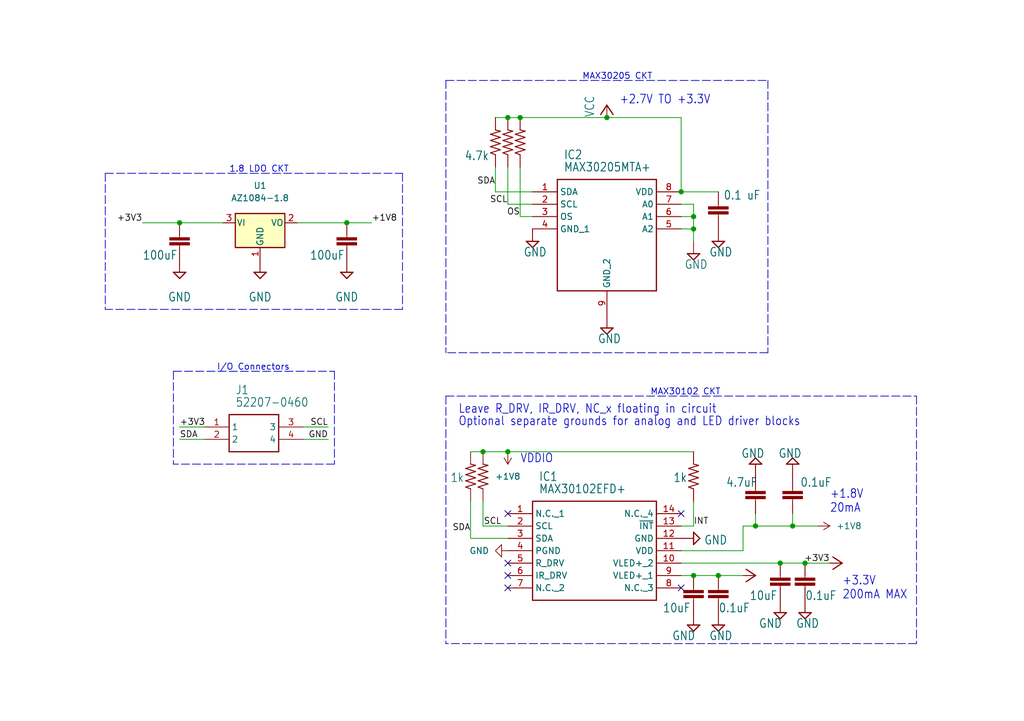
<source format=kicad_sch>
(kicad_sch (version 20211123) (generator eeschema)
  (paper "A5")
  (lib_symbols
    (symbol "IC_PCB-eagle-import:52207-0460"
      (property "Reference" "J" (at 16.51 7.62 0))
      (property "Value" "52207-0460" (at 16.51 5.08 0))
      (symbol "52207-0460_1_0"
        (polyline (pts (xy 5.08 2.54) (xy 5.08 -5.08)) (stroke (width 0.254)))
        (polyline (pts (xy 5.08 2.54) (xy 15.24 2.54)) (stroke (width 0.254)))
        (polyline (pts (xy 15.24 -5.08) (xy 5.08 -5.08)) (stroke (width 0.254)))
        (polyline (pts (xy 15.24 -5.08) (xy 15.24 2.54)) (stroke (width 0.254)))
        (pin bidirectional line (at 0 0 0) (length 5.08) (name "1") (number "1"))
        (pin bidirectional line (at 0 -2.54 0) (length 5.08) (name "2") (number "2"))
        (pin bidirectional line (at 20.32 0 180) (length 5.08) (name "3") (number "3"))
        (pin bidirectional line (at 20.32 -2.54 180) (length 5.08) (name "4") (number "4"))
      )
    )
    (symbol "IC_PCB-eagle-import:C2,5-3"
      (property "Reference" "C" (at 1.524 0.381 0))
      (property "Value" "C2,5-3" (at 1.524 -4.699 0))
      (symbol "C2,5-3_1_0"
        (rectangle (start -2.032 -2.032) (end 2.032 -1.524) (fill (type outline)))
        (rectangle (start -2.032 -1.016) (end 2.032 -0.508) (fill (type outline)))
        (polyline (pts (xy 0 -2.54) (xy 0 -2.032)) (stroke (width 0.1524)))
        (polyline (pts (xy 0 0) (xy 0 -0.508)) (stroke (width 0.1524)))
        (pin passive line (at 0 2.54 270) (length 2.54) (name "1") (number "1"))
        (pin passive line (at 0 -5.08 90) (length 2.54) (name "2") (number "2"))
      )
    )
    (symbol "IC_PCB-eagle-import:C2.5{slash}2"
      (property "Reference" "C" (at 1.524 0.381 0))
      (property "Value" "C2.5{slash}2" (at 1.524 -4.699 0))
      (symbol "C2.5{slash}2_1_0"
        (rectangle (start -2.032 -2.032) (end 2.032 -1.524) (fill (type outline)))
        (rectangle (start -2.032 -1.016) (end 2.032 -0.508) (fill (type outline)))
        (polyline (pts (xy 0 -2.54) (xy 0 -2.032)) (stroke (width 0.1524)))
        (polyline (pts (xy 0 0) (xy 0 -0.508)) (stroke (width 0.1524)))
        (pin passive line (at 0 2.54 270) (length 2.54) (name "1") (number "1"))
        (pin passive line (at 0 -5.08 90) (length 2.54) (name "2") (number "2"))
      )
    )
    (symbol "IC_PCB-eagle-import:GND" (power)
      (property "Value" "GND" (at -1.905 -3.175 0))
      (symbol "GND_1_0"
        (polyline (pts (xy -1.27 0) (xy 1.27 0)) (stroke (width 0.254)))
        (polyline (pts (xy 0 -1.27) (xy -1.27 0)) (stroke (width 0.254)))
        (polyline (pts (xy 1.27 0) (xy 0 -1.27)) (stroke (width 0.254)))
        (pin power_in line (at 0 2.54 270) (length 2.54) (name "GND") (number "1"))
      )
    )
    (symbol "IC_PCB-eagle-import:MAX30102EFD+"
      (property "Reference" "IC" (at 31.75 7.62 0))
      (property "Value" "MAX30102EFD+" (at 31.75 5.08 0))
      (symbol "MAX30102EFD+_1_0"
        (polyline (pts (xy 5.08 2.54) (xy 5.08 -17.78)) (stroke (width 0.254)))
        (polyline (pts (xy 5.08 2.54) (xy 30.48 2.54)) (stroke (width 0.254)))
        (polyline (pts (xy 30.48 -17.78) (xy 5.08 -17.78)) (stroke (width 0.254)))
        (polyline (pts (xy 30.48 -17.78) (xy 30.48 2.54)) (stroke (width 0.254)))
        (pin bidirectional line (at 0 0 0) (length 5.08) (name "N.C._1") (number "1"))
        (pin bidirectional line (at 35.56 -10.16 180) (length 5.08) (name "VLED+_2") (number "10"))
        (pin bidirectional line (at 35.56 -7.62 180) (length 5.08) (name "VDD") (number "11"))
        (pin bidirectional line (at 35.56 -5.08 180) (length 5.08) (name "GND") (number "12"))
        (pin bidirectional line (at 35.56 -2.54 180) (length 5.08) (name "~{INT}") (number "13"))
        (pin bidirectional line (at 35.56 0 180) (length 5.08) (name "N.C._4") (number "14"))
        (pin bidirectional line (at 0 -2.54 0) (length 5.08) (name "SCL") (number "2"))
        (pin bidirectional line (at 0 -5.08 0) (length 5.08) (name "SDA") (number "3"))
        (pin bidirectional line (at 0 -7.62 0) (length 5.08) (name "PGND") (number "4"))
        (pin bidirectional line (at 0 -10.16 0) (length 5.08) (name "R_DRV") (number "5"))
        (pin bidirectional line (at 0 -12.7 0) (length 5.08) (name "IR_DRV") (number "6"))
        (pin bidirectional line (at 0 -15.24 0) (length 5.08) (name "N.C._2") (number "7"))
        (pin bidirectional line (at 35.56 -15.24 180) (length 5.08) (name "N.C._3") (number "8"))
        (pin bidirectional line (at 35.56 -12.7 180) (length 5.08) (name "VLED+_1") (number "9"))
      )
    )
    (symbol "IC_PCB-eagle-import:MAX30205MTA+"
      (property "Reference" "IC" (at 26.67 7.62 0))
      (property "Value" "MAX30205MTA+" (at 26.67 5.08 0))
      (symbol "MAX30205MTA+_1_0"
        (polyline (pts (xy 5.08 2.54) (xy 5.08 -20.32)) (stroke (width 0.254)))
        (polyline (pts (xy 5.08 2.54) (xy 25.4 2.54)) (stroke (width 0.254)))
        (polyline (pts (xy 25.4 -20.32) (xy 5.08 -20.32)) (stroke (width 0.254)))
        (polyline (pts (xy 25.4 -20.32) (xy 25.4 2.54)) (stroke (width 0.254)))
        (pin bidirectional line (at 0 0 0) (length 5.08) (name "SDA") (number "1"))
        (pin bidirectional line (at 0 -2.54 0) (length 5.08) (name "SCL") (number "2"))
        (pin bidirectional line (at 0 -5.08 0) (length 5.08) (name "OS") (number "3"))
        (pin bidirectional line (at 0 -7.62 0) (length 5.08) (name "GND_1") (number "4"))
        (pin bidirectional line (at 30.48 -7.62 180) (length 5.08) (name "A2") (number "5"))
        (pin bidirectional line (at 30.48 -5.08 180) (length 5.08) (name "A1") (number "6"))
        (pin bidirectional line (at 30.48 -2.54 180) (length 5.08) (name "A0") (number "7"))
        (pin bidirectional line (at 30.48 0 180) (length 5.08) (name "VDD") (number "8"))
        (pin bidirectional line (at 15.24 -25.4 90) (length 5.08) (name "GND_2") (number "9"))
      )
    )
    (symbol "IC_PCB-eagle-import:R-US_0204{slash}2V"
      (property "Reference" "R" (at -3.81 1.4986 0))
      (property "Value" "R-US_0204{slash}2V" (at -3.81 -3.302 0))
      (symbol "R-US_0204{slash}2V_1_0"
        (polyline (pts (xy -2.54 0) (xy -2.159 1.016)) (stroke (width 0.2032)))
        (polyline (pts (xy -2.159 1.016) (xy -1.524 -1.016)) (stroke (width 0.2032)))
        (polyline (pts (xy -1.524 -1.016) (xy -0.889 1.016)) (stroke (width 0.2032)))
        (polyline (pts (xy -0.889 1.016) (xy -0.254 -1.016)) (stroke (width 0.2032)))
        (polyline (pts (xy -0.254 -1.016) (xy 0.381 1.016)) (stroke (width 0.2032)))
        (polyline (pts (xy 0.381 1.016) (xy 1.016 -1.016)) (stroke (width 0.2032)))
        (polyline (pts (xy 1.016 -1.016) (xy 1.651 1.016)) (stroke (width 0.2032)))
        (polyline (pts (xy 1.651 1.016) (xy 2.286 -1.016)) (stroke (width 0.2032)))
        (polyline (pts (xy 2.286 -1.016) (xy 2.54 0)) (stroke (width 0.2032)))
        (pin passive line (at -5.08 0 0) (length 2.54) (name "1") (number "1"))
        (pin passive line (at 5.08 0 180) (length 2.54) (name "2") (number "2"))
      )
    )
    (symbol "IC_PCB-eagle-import:VCC" (power)
      (property "Value" "VCC" (at -2.54 -2.54 90))
      (symbol "VCC_1_0"
        (polyline (pts (xy 0 0) (xy -1.27 -1.905)) (stroke (width 0.254)))
        (polyline (pts (xy 1.27 -1.905) (xy 0 0)) (stroke (width 0.254)))
        (pin power_in line (at 0 -2.54 90) (length 2.54) (name "VCC") (number "1"))
      )
    )
    (symbol "Regulator_Linear:AZ1084-1.8" (pin_names (offset 0.254))
      (property "Reference" "U" (at -3.81 3.175 0))
      (property "Value" "AZ1084-1.8" (at 0 3.175 0))
      (symbol "AZ1084-1.8_0_1"
        (rectangle (start -5.08 1.905) (end 5.08 -5.08) (stroke (width 0.254)) (fill (type background)))
      )
      (symbol "AZ1084-1.8_1_1"
        (pin power_in line (at 0 -7.62 90) (length 2.54) (name "GND") (number "1"))
        (pin power_out line (at 7.62 0 180) (length 2.54) (name "VO") (number "2"))
        (pin power_in line (at -7.62 0 0) (length 2.54) (name "VI") (number "3"))
      )
    )
    (symbol "power:+1V8" (power) (pin_names (offset 0))
      (property "Value" "+1V8" (at 0 3.556 0))
      (symbol "+1V8_0_1"
        (polyline (pts (xy -0.762 1.27) (xy 0 2.54)))
        (polyline (pts (xy 0 0) (xy 0 2.54)))
        (polyline (pts (xy 0 2.54) (xy 0.762 1.27)))
      )
      (symbol "+1V8_1_1"
        (pin power_in line (at 0 0 90) (length 0) hide (name "+1V8") (number "1"))
      )
    )
    (symbol "power:GND" (power) (pin_names (offset 0))
      (property "Value" "GND" (at 0 -3.81 0))
      (symbol "GND_0_1"
        (polyline (pts (xy 0 0) (xy 0 -1.27) (xy 1.27 -1.27) (xy 0 -2.54) (xy -1.27 -1.27) (xy 0 -1.27)))
      )
      (symbol "GND_1_1"
        (pin power_in line (at 0 0 270) (length 0) hide (name "GND") (number "1"))
      )
    )
  )
  (junction (at 142.24 44.45))
  (junction (at 99.06 92.71))
  (junction (at 142.24 118.11))
  (junction (at 160.02 115.57))
  (junction (at 124.46 24.13))
  (junction (at 71.12 45.72))
  (junction (at 104.14 92.71))
  (junction (at 165.1 115.57))
  (junction (at 147.32 118.11))
  (junction (at 154.94 107.95))
  (junction (at 104.14 24.13))
  (junction (at 106.68 24.13))
  (junction (at 162.56 107.95))
  (junction (at 139.7 39.37))
  (junction (at 142.24 46.99))
  (junction (at 36.83 45.72))
  (no_connect (at 104.14 118.11))
  (no_connect (at 139.7 105.41))
  (no_connect (at 104.14 120.65))
  (no_connect (at 104.14 105.41))
  (no_connect (at 104.14 115.57))
  (no_connect (at 139.7 120.65))
  (wire (pts (xy 139.7 39.37) (xy 147.32 39.37)))
  (polyline (pts (xy 21.59 35.56) (xy 82.55 35.56)))
  (wire (pts (xy 99.06 92.71) (xy 96.52 92.71)))
  (wire (pts (xy 152.4 113.03) (xy 152.4 107.95)))
  (wire (pts (xy 60.96 45.72) (xy 71.12 45.72)))
  (wire (pts (xy 104.14 92.71) (xy 142.24 92.71)))
  (polyline (pts (xy 157.48 72.39) (xy 91.44 72.39)))
  (polyline (pts (xy 82.55 63.5) (xy 21.59 63.5)))
  (wire (pts (xy 71.12 45.72) (xy 76.2 45.72)))
  (polyline (pts (xy 187.96 132.08) (xy 91.44 132.08)))
  (wire (pts (xy 139.7 118.11) (xy 142.24 118.11)))
  (wire (pts (xy 36.83 90.17) (xy 41.91 90.17)))
  (wire (pts (xy 139.7 44.45) (xy 142.24 44.45)))
  (wire (pts (xy 162.56 107.95) (xy 167.64 107.95)))
  (wire (pts (xy 62.23 87.63) (xy 67.31 87.63)))
  (wire (pts (xy 36.83 45.72) (xy 45.72 45.72)))
  (wire (pts (xy 142.24 46.99) (xy 142.24 49.53)))
  (wire (pts (xy 139.7 24.13) (xy 139.7 39.37)))
  (wire (pts (xy 124.46 24.13) (xy 139.7 24.13)))
  (polyline (pts (xy 35.56 76.2) (xy 68.58 76.2)))
  (wire (pts (xy 99.06 92.71) (xy 104.14 92.71)))
  (polyline (pts (xy 68.58 95.25) (xy 35.56 95.25)))
  (wire (pts (xy 36.83 87.63) (xy 41.91 87.63)))
  (wire (pts (xy 62.23 90.17) (xy 67.31 90.17)))
  (wire (pts (xy 96.52 110.49) (xy 96.52 102.87)))
  (wire (pts (xy 29.21 45.72) (xy 36.83 45.72)))
  (polyline (pts (xy 21.59 35.56) (xy 21.59 63.5)))
  (polyline (pts (xy 35.56 76.2) (xy 35.56 95.25)))
  (wire (pts (xy 104.14 110.49) (xy 96.52 110.49)))
  (polyline (pts (xy 68.58 76.2) (xy 68.58 95.25)))
  (wire (pts (xy 139.7 107.95) (xy 142.24 107.95)))
  (polyline (pts (xy 91.44 81.28) (xy 91.44 132.08)))
  (polyline (pts (xy 91.44 81.28) (xy 187.96 81.28)))
  (wire (pts (xy 139.7 113.03) (xy 152.4 113.03)))
  (wire (pts (xy 104.14 24.13) (xy 106.68 24.13)))
  (wire (pts (xy 154.94 107.95) (xy 162.56 107.95)))
  (wire (pts (xy 139.7 41.91) (xy 142.24 41.91)))
  (wire (pts (xy 142.24 44.45) (xy 142.24 46.99)))
  (wire (pts (xy 154.94 107.95) (xy 154.94 105.41)))
  (polyline (pts (xy 82.55 35.56) (xy 82.55 63.5)))
  (polyline (pts (xy 91.44 16.51) (xy 91.44 72.39)))
  (wire (pts (xy 109.22 41.91) (xy 104.14 41.91)))
  (polyline (pts (xy 157.48 16.51) (xy 157.48 72.39)))
  (wire (pts (xy 147.32 118.11) (xy 152.4 118.11)))
  (wire (pts (xy 162.56 107.95) (xy 162.56 105.41)))
  (wire (pts (xy 142.24 118.11) (xy 147.32 118.11)))
  (wire (pts (xy 104.14 107.95) (xy 99.06 107.95)))
  (wire (pts (xy 106.68 24.13) (xy 124.46 24.13)))
  (wire (pts (xy 139.7 46.99) (xy 142.24 46.99)))
  (wire (pts (xy 99.06 107.95) (xy 99.06 102.87)))
  (wire (pts (xy 160.02 115.57) (xy 165.1 115.57)))
  (wire (pts (xy 139.7 115.57) (xy 160.02 115.57)))
  (wire (pts (xy 101.6 24.13) (xy 104.14 24.13)))
  (polyline (pts (xy 187.96 81.28) (xy 187.96 132.08)))
  (wire (pts (xy 106.68 44.45) (xy 106.68 34.29)))
  (wire (pts (xy 142.24 102.87) (xy 142.24 107.95)))
  (wire (pts (xy 152.4 107.95) (xy 154.94 107.95)))
  (wire (pts (xy 142.24 41.91) (xy 142.24 44.45)))
  (wire (pts (xy 109.22 44.45) (xy 106.68 44.45)))
  (wire (pts (xy 109.22 39.37) (xy 101.6 39.37)))
  (wire (pts (xy 104.14 34.29) (xy 104.14 41.91)))
  (wire (pts (xy 165.1 115.57) (xy 170.18 115.57)))
  (polyline (pts (xy 91.44 16.51) (xy 157.48 16.51)))
  (wire (pts (xy 101.6 39.37) (xy 101.6 34.29)))
  (text "I/O Connectors" (at 44.45 76.2 0) (effects (font (size 1.27 1.27)) (justify left bottom)))
  (text "MAX30102 CKT" (at 133.35 81.28 0) (effects (font (size 1.27 1.27)) (justify left bottom)))
  (text "Optional separate grounds for analog and LED driver blocks" (at 93.98 87.63 180) (effects (font (size 1.778 1.5113)) (justify left bottom)))
  (text "+3.3V\n200mA MAX" (at 172.72 123.19 180) (effects (font (size 1.778 1.5113)) (justify left bottom)))
  (text "MAX30205 CKT" (at 119.38 16.51 0) (effects (font (size 1.27 1.27)) (justify left bottom)))
  (text "+2.7V TO +3.3V" (at 127 21.59 180) (effects (font (size 1.778 1.5113)) (justify left bottom)))
  (text "+1.8V\n20mA" (at 170.18 105.41 180) (effects (font (size 1.778 1.5113)) (justify left bottom)))
  (text "VDDIO" (at 106.68 95.25 180) (effects (font (size 1.778 1.5113)) (justify left bottom)))
  (text "1.8 LDO CKT" (at 46.99 35.56 0) (effects (font (size 1.27 1.27)) (justify left bottom)))
  (text "Leave R_DRV, IR_DRV, NC_x floating in circuit" (at 93.98 85.09 180) (effects (font (size 1.778 1.5113)) (justify left bottom)))
  (label "OS" (at 106.68 44.45 180))
  (label "SCL" (at 67.31 87.63 180))
  (label "SDA" (at 96.52 109.22 180))
  (label "+3V3" (at 29.21 45.72 180))
  (label "+3V3" (at 36.83 87.63 0))
  (label "SCL" (at 104.14 41.91 180))
  (label "INT" (at 142.24 107.95 0))
  (label "SDA" (at 101.6 38.1 180))
  (label "GND" (at 67.31 90.17 180))
  (label "SDA" (at 36.83 90.17 0))
  (label "SCL" (at 102.87 107.95 180))
  (label "+3V3" (at 170.18 115.57 180))
  (label "+1V8" (at 76.2 45.72 0))
  (symbol (lib_id "IC_PCB-eagle-import:GND") (at 109.22 49.53 0) (unit 1)
    (property "Reference" "#SUPPLY03" (effects hide))
    (property "Value" "GND" (at 107.315 52.705 0) (effects (font (size 1.778 1.5113)) (justify left bottom)))
    (property "Footprint" "IC_PCB:" (effects hide))
  )
  (symbol (lib_id "IC_PCB-eagle-import:C2,5-3") (at 160.02 118.11 0) (unit 1)
    (property "Reference" "C2" (effects hide))
    (property "Value" "10uF" (at 153.67 123.19 0) (effects (font (size 1.778 1.5113)) (justify left bottom)))
    (property "Footprint" "Capacitor_SMD:C_0201_0603Metric_Pad0.64x0.40mm_HandSolder" (effects hide))
  )
  (symbol (lib_id "IC_PCB-eagle-import:GND") (at 71.12 55.88 0) (unit 1)
    (property "Reference" "#SUPPLY0102" (effects hide))
    (property "Value" "GND" (at 71.12 60.96 0) (effects (font (size 1.778 1.5113))))
    (property "Footprint" "IC_PCB:" (effects hide))
  )
  (symbol (lib_id "IC_PCB-eagle-import:C2,5-3") (at 165.1 118.11 0) (unit 1)
    (property "Reference" "C3" (effects hide))
    (property "Value" "0.1uF" (at 165.1 123.19 0) (effects (font (size 1.778 1.5113)) (justify left bottom)))
    (property "Footprint" "Capacitor_SMD:C_0201_0603Metric_Pad0.64x0.40mm_HandSolder" (effects hide))
  )
  (symbol (lib_id "IC_PCB-eagle-import:VCC") (at 124.46 21.59 0) (unit 1)
    (property "Reference" "#P+01" (effects hide))
    (property "Value" "VCC" (at 121.92 24.13 90) (effects (font (size 1.778 1.5113)) (justify left bottom)))
    (property "Footprint" "IC_PCB:" (effects hide))
  )
  (symbol (lib_id "IC_PCB-eagle-import:C2,5-3") (at 71.12 48.26 0) (unit 1)
    (property "Reference" "C9" (effects hide))
    (property "Value" "100uF" (at 63.5 53.34 0) (effects (font (size 1.778 1.5113)) (justify left bottom)))
    (property "Footprint" "Capacitor_SMD:C_0201_0603Metric_Pad0.64x0.40mm_HandSolder" (effects hide))
  )
  (symbol (lib_id "power:+1V8") (at 167.64 107.95 270) (unit 1)
    (property "Reference" "#PWR0103" (effects hide))
    (property "Value" "+1V8" (at 171.45 107.9499 90) (effects (justify left)))
  )
  (symbol (lib_id "IC_PCB-eagle-import:GND") (at 142.24 128.27 0) (unit 1)
    (property "Reference" "#SUPPLY07" (effects hide))
    (property "Value" "GND" (at 137.795 131.445 0) (effects (font (size 1.778 1.5113)) (justify left bottom)))
    (property "Footprint" "IC_PCB:" (effects hide))
  )
  (symbol (lib_id "IC_PCB-eagle-import:MAX30102EFD+") (at 104.14 105.41 0) (unit 1)
    (property "Reference" "IC1" (at 110.49 97.79 0) (effects (font (size 1.778 1.5113)) (justify left)))
    (property "Value" "MAX30102EFD+" (at 110.49 100.33 0) (effects (font (size 1.778 1.5113)) (justify left)))
    (property "Footprint" "MAX30102EFD+:14-LEAD-OESIP" (effects hide))
  )
  (symbol (lib_id "IC_PCB-eagle-import:GND") (at 147.32 49.53 0) (unit 1)
    (property "Reference" "#SUPPLY05" (effects hide))
    (property "Value" "GND" (at 145.415 52.705 0) (effects (font (size 1.778 1.5113)) (justify left bottom)))
    (property "Footprint" "IC_PCB:" (effects hide))
  )
  (symbol (lib_id "IC_PCB-eagle-import:GND") (at 124.46 67.31 0) (unit 1)
    (property "Reference" "#SUPPLY02" (effects hide))
    (property "Value" "GND" (at 122.555 70.485 0) (effects (font (size 1.778 1.5113)) (justify left bottom)))
    (property "Footprint" "IC_PCB:" (effects hide))
  )
  (symbol (lib_id "IC_PCB-eagle-import:C2,5-3") (at 162.56 100.33 0) (unit 1)
    (property "Reference" "C7" (effects hide))
    (property "Value" "0.1uF" (at 164.084 99.949 0) (effects (font (size 1.778 1.5113)) (justify left bottom)))
    (property "Footprint" "Capacitor_SMD:C_0201_0603Metric_Pad0.64x0.40mm_HandSolder" (effects hide))
  )
  (symbol (lib_id "power:GND") (at 104.14 113.03 270) (unit 1)
    (property "Reference" "#PWR0102" (effects hide))
    (property "Value" "GND" (at 100.33 113.0299 90) (effects (justify right)))
  )
  (symbol (lib_id "Regulator_Linear:AZ1084-1.8") (at 53.34 45.72 0) (unit 1)
    (property "Reference" "U1" (at 53.34 38.1 0))
    (property "Value" "AZ1084-1.8" (at 53.34 40.64 0))
    (property "Footprint" "Package_TO_SOT_SMD:TO-252-3_TabPin2" (effects hide))
    (property "Datasheet" "https://www.diodes.com/assets/Datasheets/AZ1084.pdf" (effects hide))
  )
  (symbol (lib_id "IC_PCB-eagle-import:GND") (at 162.56 95.25 180) (unit 1)
    (property "Reference" "#SUPPLY012" (effects hide))
    (property "Value" "GND" (at 164.465 92.075 0) (effects (font (size 1.778 1.5113)) (justify left bottom)))
    (property "Footprint" "IC_PCB:" (effects hide))
  )
  (symbol (lib_id "IC_PCB-eagle-import:R-US_0204{slash}2V") (at 101.6 29.21 90) (unit 1)
    (property "Reference" "R1" (effects hide))
    (property "Value" "4.7k" (effects hide))
    (property "Footprint" "Resistor_SMD:R_0201_0603Metric_Pad0.64x0.40mm_HandSolder" (effects hide))
  )
  (symbol (lib_id "IC_PCB-eagle-import:GND") (at 142.24 110.49 90) (unit 1)
    (property "Reference" "#SUPPLY01" (effects hide))
    (property "Value" "GND" (at 149.225 109.855 90) (effects (font (size 1.778 1.5113)) (justify left bottom)))
    (property "Footprint" "IC_PCB:" (effects hide))
  )
  (symbol (lib_id "IC_PCB-eagle-import:R-US_0204{slash}2V") (at 106.68 29.21 90) (unit 1)
    (property "Reference" "R3" (effects hide))
    (property "Value" "4.7k" (at 100.33 30.988 90) (effects (font (size 1.778 1.5113)) (justify left bottom)))
    (property "Footprint" "Resistor_SMD:R_0201_0603Metric_Pad0.64x0.40mm_HandSolder" (effects hide))
  )
  (symbol (lib_id "IC_PCB-eagle-import:GND") (at 147.32 128.27 0) (unit 1)
    (property "Reference" "#SUPPLY08" (effects hide))
    (property "Value" "GND" (at 145.415 131.445 0) (effects (font (size 1.778 1.5113)) (justify left bottom)))
    (property "Footprint" "IC_PCB:" (effects hide))
  )
  (symbol (lib_id "IC_PCB-eagle-import:VCC") (at 154.94 118.11 270) (unit 1)
    (property "Reference" "#P+04" (effects hide))
    (property "Value" "VCC" (effects hide))
    (property "Footprint" "IC_PCB:" (effects hide))
  )
  (symbol (lib_id "IC_PCB-eagle-import:VCC") (at 172.72 115.57 270) (unit 1)
    (property "Reference" "#P+05" (effects hide))
    (property "Value" "VCC" (effects hide))
    (property "Footprint" "IC_PCB:" (effects hide))
  )
  (symbol (lib_id "IC_PCB-eagle-import:GND") (at 142.24 52.07 0) (unit 1)
    (property "Reference" "#SUPPLY04" (effects hide))
    (property "Value" "GND" (at 140.335 55.245 0) (effects (font (size 1.778 1.5113)) (justify left bottom)))
    (property "Footprint" "IC_PCB:" (effects hide))
  )
  (symbol (lib_id "IC_PCB-eagle-import:C2,5-3") (at 142.24 120.65 0) (unit 1)
    (property "Reference" "C4" (effects hide))
    (property "Value" "10uF" (at 135.89 125.73 0) (effects (font (size 1.778 1.5113)) (justify left bottom)))
    (property "Footprint" "Capacitor_SMD:C_0201_0603Metric_Pad0.64x0.40mm_HandSolder" (effects hide))
  )
  (symbol (lib_id "IC_PCB-eagle-import:C2,5-3") (at 154.94 100.33 0) (unit 1)
    (property "Reference" "C6" (effects hide))
    (property "Value" "4.7uF" (at 148.844 99.949 0) (effects (font (size 1.778 1.5113)) (justify left bottom)))
    (property "Footprint" "Capacitor_SMD:C_0201_0603Metric_Pad0.64x0.40mm_HandSolder" (effects hide))
  )
  (symbol (lib_id "power:+1V8") (at 104.14 92.71 180) (unit 1)
    (property "Reference" "#PWR0101" (effects hide))
    (property "Value" "+1V8" (at 104.14 97.79 0))
  )
  (symbol (lib_id "IC_PCB-eagle-import:R-US_0204{slash}2V") (at 96.52 97.79 90) (unit 1)
    (property "Reference" "R6" (effects hide))
    (property "Value" "1k" (at 95.25 97.028 90) (effects (font (size 1.778 1.5113)) (justify left bottom)))
    (property "Footprint" "Resistor_SMD:R_0201_0603Metric_Pad0.64x0.40mm_HandSolder" (effects hide))
  )
  (symbol (lib_id "IC_PCB-eagle-import:C2.5{slash}2") (at 147.32 41.91 0) (unit 1)
    (property "Reference" "C1" (effects hide))
    (property "Value" "0.1 uF" (at 148.336 41.021 0) (effects (font (size 1.778 1.5113)) (justify left bottom)))
    (property "Footprint" "Capacitor_SMD:C_0201_0603Metric_Pad0.64x0.40mm_HandSolder" (effects hide))
  )
  (symbol (lib_id "IC_PCB-eagle-import:R-US_0204{slash}2V") (at 104.14 29.21 90) (unit 1)
    (property "Reference" "R2" (effects hide))
    (property "Value" "4.7k" (effects hide))
    (property "Footprint" "Resistor_SMD:R_0201_0603Metric_Pad0.64x0.40mm_HandSolder" (effects hide))
  )
  (symbol (lib_id "IC_PCB-eagle-import:R-US_0204{slash}2V") (at 99.06 97.79 90) (unit 1)
    (property "Reference" "R5" (effects hide))
    (property "Value" "1k" (effects hide))
    (property "Footprint" "Resistor_SMD:R_0201_0603Metric_Pad0.64x0.40mm_HandSolder" (effects hide))
  )
  (symbol (lib_id "IC_PCB-eagle-import:GND") (at 36.83 55.88 0) (unit 1)
    (property "Reference" "#SUPPLY0101" (effects hide))
    (property "Value" "GND" (at 36.83 60.96 0) (effects (font (size 1.778 1.5113))))
    (property "Footprint" "IC_PCB:" (effects hide))
  )
  (symbol (lib_id "IC_PCB-eagle-import:R-US_0204{slash}2V") (at 142.24 97.79 90) (unit 1)
    (property "Reference" "R4" (effects hide))
    (property "Value" "1k" (at 140.97 97.028 90) (effects (font (size 1.778 1.5113)) (justify left bottom)))
    (property "Footprint" "Resistor_SMD:R_0201_0603Metric_Pad0.64x0.40mm_HandSolder" (effects hide))
  )
  (symbol (lib_id "IC_PCB-eagle-import:MAX30205MTA+") (at 109.22 39.37 0) (unit 1)
    (property "Reference" "IC2" (at 115.57 31.75 0) (effects (font (size 1.778 1.5113)) (justify left)))
    (property "Value" "MAX30205MTA+" (at 115.57 34.29 0) (effects (font (size 1.778 1.5113)) (justify left)))
    (property "Footprint" "MAX30205MTA+:SON65P300X300X80-9N" (effects hide))
  )
  (symbol (lib_id "IC_PCB-eagle-import:GND") (at 165.1 125.73 0) (unit 1)
    (property "Reference" "#SUPPLY010" (effects hide))
    (property "Value" "GND" (at 163.195 128.905 0) (effects (font (size 1.778 1.5113)) (justify left bottom)))
    (property "Footprint" "IC_PCB:" (effects hide))
  )
  (symbol (lib_id "IC_PCB-eagle-import:C2,5-3") (at 147.32 120.65 0) (unit 1)
    (property "Reference" "C5" (effects hide))
    (property "Value" "0.1uF" (at 147.32 125.73 0) (effects (font (size 1.778 1.5113)) (justify left bottom)))
    (property "Footprint" "Capacitor_SMD:C_0201_0603Metric_Pad0.64x0.40mm_HandSolder" (effects hide))
  )
  (symbol (lib_id "IC_PCB-eagle-import:GND") (at 154.94 95.25 180) (unit 1)
    (property "Reference" "#SUPPLY011" (effects hide))
    (property "Value" "GND" (at 156.845 92.075 0) (effects (font (size 1.778 1.5113)) (justify left bottom)))
    (property "Footprint" "IC_PCB:" (effects hide))
  )
  (symbol (lib_id "IC_PCB-eagle-import:GND") (at 53.34 55.88 0) (unit 1)
    (property "Reference" "#SUPPLY0103" (effects hide))
    (property "Value" "GND" (at 53.34 60.96 0) (effects (font (size 1.778 1.5113))))
    (property "Footprint" "IC_PCB:" (effects hide))
  )
  (symbol (lib_id "IC_PCB-eagle-import:C2,5-3") (at 36.83 48.26 0) (unit 1)
    (property "Reference" "C8" (effects hide))
    (property "Value" "100uF" (at 29.21 53.34 0) (effects (font (size 1.778 1.5113)) (justify left bottom)))
    (property "Footprint" "Capacitor_SMD:C_0201_0603Metric_Pad0.64x0.40mm_HandSolder" (effects hide))
  )
  (symbol (lib_id "IC_PCB-eagle-import:GND") (at 160.02 125.73 0) (unit 1)
    (property "Reference" "#SUPPLY09" (effects hide))
    (property "Value" "GND" (at 155.575 128.905 0) (effects (font (size 1.778 1.5113)) (justify left bottom)))
    (property "Footprint" "IC_PCB:" (effects hide))
  )
  (symbol (lib_id "IC_PCB-eagle-import:52207-0460") (at 41.91 87.63 0) (unit 1)
    (property "Reference" "J1" (at 48.26 80.01 0) (effects (font (size 1.778 1.5113)) (justify left)))
    (property "Value" "52207-0460" (at 48.26 82.55 0) (effects (font (size 1.778 1.5113)) (justify left)))
    (property "Footprint" "52207-0460:0522070433" (effects hide))
  )
)
</source>
